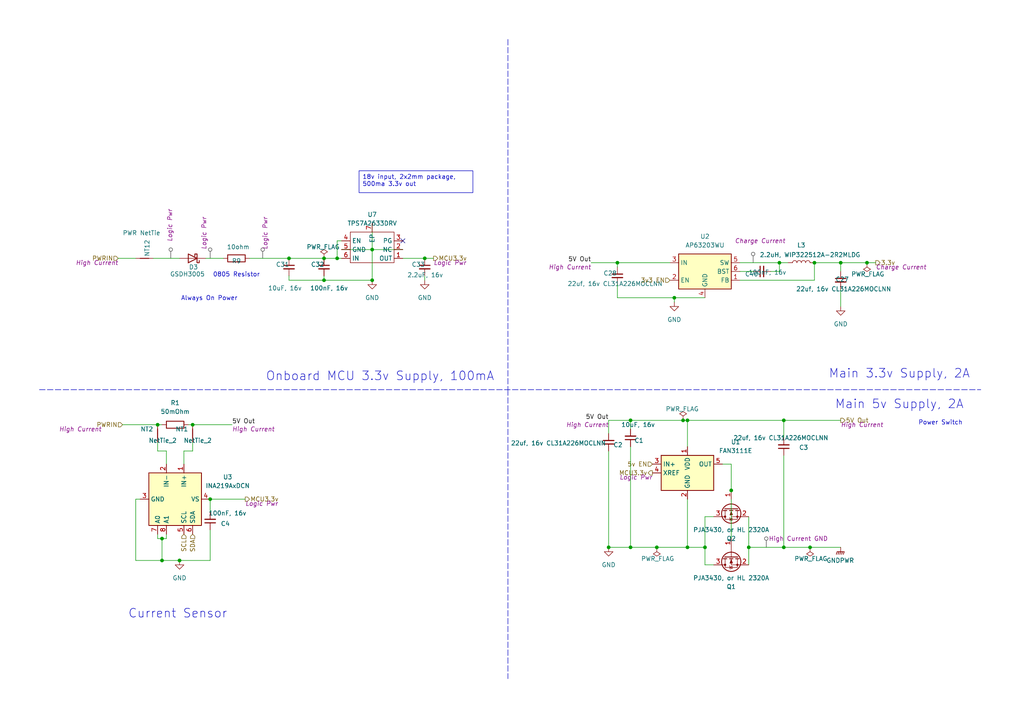
<source format=kicad_sch>
(kicad_sch (version 20250114) (generator "eeschema") (generator_version "9.0")
  (paper "A4")
  (title_block (title "USB only 2A PSU no sides") (date "2024-12-23") (rev "V1") (company "Author: Asher Edwards") (comment 1 "Licensed under CERN-OHL-S"))
  (lib_symbols
    (symbol "Device:C_Small" (pin_numbers (hide yes)) (pin_names (offset 0.254) (hide yes))
      (property "Reference" "C" (at 0.254 1.778 0))
      (property "Value" "C_Small" (at 0.254 -2.032 0))
      (symbol "C_Small_0_1"
        (polyline (pts (xy -1.524 0.508) (xy 1.524 0.508)) (stroke (width 0.3048)))
        (polyline (pts (xy -1.524 -0.508) (xy 1.524 -0.508)) (stroke (width 0.3302)))
      )
      (symbol "C_Small_1_1"
        (pin passive line (at 0 2.54 270) (length 2.032) (name "~") (number "1"))
        (pin passive line (at 0 -2.54 90) (length 2.032) (name "~") (number "2"))
      )
    )
    (symbol "Device:D_Schottky" (pin_numbers (hide yes)) (pin_names (offset 1.016) (hide yes))
      (property "Reference" "D" (at 0 2.54 0))
      (property "Value" "D_Schottky" (at 0 -2.54 0))
      (symbol "D_Schottky_0_1"
        (polyline (pts (xy -1.905 0.635) (xy -1.905 1.27) (xy -1.27 1.27) (xy -1.27 -1.27) (xy -0.635 -1.27) (xy -0.635 -0.635)) (stroke (width 0.254)))
        (polyline (pts (xy 1.27 1.27) (xy 1.27 -1.27) (xy -1.27 0) (xy 1.27 1.27)) (stroke (width 0.254)))
        (polyline (pts (xy 1.27 0) (xy -1.27 0)))
      )
      (symbol "D_Schottky_1_1"
        (pin passive line (at -3.81 0 0) (length 2.54) (name "K") (number "1"))
        (pin passive line (at 3.81 0 180) (length 2.54) (name "A") (number "2"))
      )
    )
    (symbol "Device:L" (pin_numbers (hide yes)) (pin_names (offset 1.016) (hide yes))
      (property "Reference" "L" (at -1.27 0 90))
      (property "Value" "L" (at 1.905 0 90))
      (symbol "L_0_1"
        (arc (start 0 2.54) (mid 0.6323 1.905) (end 0 1.27))
        (arc (start 0 1.27) (mid 0.6323 0.635) (end 0 0))
        (arc (start 0 0) (mid 0.6323 -0.635) (end 0 -1.27))
        (arc (start 0 -1.27) (mid 0.6323 -1.905) (end 0 -2.54))
      )
      (symbol "L_1_1"
        (pin passive line (at 0 3.81 270) (length 1.27) (name "1") (number "1"))
        (pin passive line (at 0 -3.81 90) (length 1.27) (name "2") (number "2"))
      )
    )
    (symbol "Device:NetTie_2" (pin_numbers (hide yes)) (pin_names (offset 0) (hide yes)) (in_bom no)
      (property "Reference" "NT" (at 0 1.27 0))
      (property "Value" "NetTie_2" (at 0 -1.27 0))
      (symbol "NetTie_2_0_1"
        (polyline (pts (xy -1.27 0) (xy 1.27 0)) (stroke (width 0.254)))
      )
      (symbol "NetTie_2_1_1"
        (pin passive line (at -2.54 0 0) (length 2.54) (name "1") (number "1"))
        (pin passive line (at 2.54 0 180) (length 2.54) (name "2") (number "2"))
      )
    )
    (symbol "Device:Q_NMOS_GSD" (pin_names (offset 0) (hide yes))
      (property "Reference" "Q" (at 5.08 1.27 0))
      (property "Value" "Q_NMOS_GSD" (at 5.08 -1.27 0))
      (symbol "Q_NMOS_GSD_0_1"
        (polyline (pts (xy 0.254 1.905) (xy 0.254 -1.905)) (stroke (width 0.254)))
        (polyline (pts (xy 0.254 0) (xy -2.54 0)))
        (polyline (pts (xy 0.762 2.286) (xy 0.762 1.27)) (stroke (width 0.254)))
        (polyline (pts (xy 0.762 0.508) (xy 0.762 -0.508)) (stroke (width 0.254)))
        (polyline (pts (xy 0.762 -1.27) (xy 0.762 -2.286)) (stroke (width 0.254)))
        (polyline (pts (xy 0.762 -1.778) (xy 3.302 -1.778) (xy 3.302 1.778) (xy 0.762 1.778)))
        (polyline (pts (xy 1.016 0) (xy 2.032 0.381) (xy 2.032 -0.381) (xy 1.016 0)) (fill (type outline)))
        (circle (center 1.651 0) (radius 2.794) (stroke (width 0.254)))
        (polyline (pts (xy 2.54 2.54) (xy 2.54 1.778)))
        (circle (center 2.54 1.778) (radius 0.254) (fill (type outline)))
        (circle (center 2.54 -1.778) (radius 0.254) (fill (type outline)))
        (polyline (pts (xy 2.54 -2.54) (xy 2.54 0) (xy 0.762 0)))
        (polyline (pts (xy 2.794 0.508) (xy 2.921 0.381) (xy 3.683 0.381) (xy 3.81 0.254)))
        (polyline (pts (xy 3.302 0.381) (xy 2.921 -0.254) (xy 3.683 -0.254) (xy 3.302 0.381)))
      )
      (symbol "Q_NMOS_GSD_1_1"
        (pin input line (at -5.08 0 0) (length 2.54) (name "G") (number "1"))
        (pin passive line (at 2.54 5.08 270) (length 2.54) (name "D") (number "3"))
        (pin passive line (at 2.54 -5.08 90) (length 2.54) (name "S") (number "2"))
      )
    )
    (symbol "Device:R" (pin_numbers (hide yes)) (pin_names (offset 0))
      (property "Reference" "R" (at 2.032 0 90))
      (property "Value" "R" (at 0 0 90))
      (symbol "R_0_1"
        (rectangle (start -1.016 -2.54) (end 1.016 2.54) (stroke (width 0.254)))
      )
      (symbol "R_1_1"
        (pin passive line (at 0 3.81 270) (length 1.27) (name "~") (number "1"))
        (pin passive line (at 0 -3.81 90) (length 1.27) (name "~") (number "2"))
      )
    )
    (symbol "Driver_FET:FAN3111E"
      (property "Reference" "U" (at -7.62 7.62 0))
      (property "Value" "FAN3111E" (at 2.54 7.62 0))
      (symbol "FAN3111E_0_1"
        (rectangle (start -7.62 5.08) (end 7.62 -5.08) (stroke (width 0.254)) (fill (type background)))
      )
      (symbol "FAN3111E_1_1"
        (pin input line (at -10.16 2.54 0) (length 2.54) (name "IN+") (number "3"))
        (pin input line (at -10.16 0 0) (length 2.54) (name "XREF") (number "4"))
        (pin power_in line (at 0 7.62 270) (length 2.54) (name "VDD") (number "1"))
        (pin power_in line (at 0 -7.62 90) (length 2.54) (name "GND") (number "2"))
        (pin output line (at 10.16 2.54 180) (length 2.54) (name "OUT") (number "5"))
      )
    )
    (symbol "Regulator_Switching:AP63203WU"
      (property "Reference" "U" (at -7.62 6.35 0))
      (property "Value" "AP63203WU" (at 2.54 6.35 0))
      (symbol "AP63203WU_0_1"
        (rectangle (start -7.62 5.08) (end 7.62 -5.08) (stroke (width 0.254)) (fill (type background)))
      )
      (symbol "AP63203WU_1_1"
        (pin power_in line (at -10.16 2.54 0) (length 2.54) (name "IN") (number "3"))
        (pin input line (at -10.16 -2.54 0) (length 2.54) (name "EN") (number "2"))
        (pin power_in line (at 0 -7.62 90) (length 2.54) (name "GND") (number "4"))
        (pin output line (at 10.16 2.54 180) (length 2.54) (name "SW") (number "5"))
        (pin passive line (at 10.16 0 180) (length 2.54) (name "BST") (number "6"))
        (pin input line (at 10.16 -2.54 180) (length 2.54) (name "FB") (number "1"))
      )
    )
    (symbol "Sensor_Energy:INA219AxDCN"
      (property "Reference" "U" (at -6.35 8.89 0))
      (property "Value" "INA219AxDCN" (at 6.35 8.89 0))
      (symbol "INA219AxDCN_0_1"
        (rectangle (start -7.62 7.62) (end 7.62 -7.62) (stroke (width 0.254)) (fill (type background)))
      )
      (symbol "INA219AxDCN_1_1"
        (pin input line (at -10.16 2.54 0) (length 2.54) (name "IN+") (number "1"))
        (pin input line (at -10.16 -2.54 0) (length 2.54) (name "IN-") (number "2"))
        (pin power_in line (at 0 10.16 270) (length 2.54) (name "VS") (number "4"))
        (pin power_in line (at 0 -10.16 90) (length 2.54) (name "GND") (number "3"))
        (pin bidirectional line (at 10.16 5.08 180) (length 2.54) (name "SDA") (number "6"))
        (pin input line (at 10.16 2.54 180) (length 2.54) (name "SCL") (number "5"))
        (pin input line (at 10.16 -2.54 180) (length 2.54) (name "A1") (number "8"))
        (pin input line (at 10.16 -5.08 180) (length 2.54) (name "A0") (number "7"))
      )
    )
    (symbol "custom_Regulator_Linear:TPS7A2633DRV"
      (property "Reference" "U" (at 0 0 0))
      (property "Value" "TPS7A2633DRV" (at -0.254 5.334 0))
      (symbol "TPS7A2633DRV_0_1"
        (rectangle (start -6.35 3.81) (end 6.35 -5.08))
      )
      (symbol "TPS7A2633DRV_1_1"
        (pin power_out line (at -8.89 2.54 0) (length 2.54) (name "OUT") (number "1"))
        (pin passive line (at -8.89 0 0) (length 2.54) (name "NC") (number "2"))
        (pin open_collector line (at -8.89 -2.54 0) (length 2.54) (name "PG") (number "3"))
        (pin passive line (at 0 -7.62 90) (length 2.54) (name "EP") (number "7"))
        (pin power_in line (at 8.89 2.54 180) (length 2.54) (name "IN") (number "6"))
        (pin power_in line (at 8.89 0 180) (length 2.54) (name "GND") (number "5"))
        (pin input line (at 8.89 -2.54 180) (length 2.54) (name "EN") (number "4"))
      )
    )
    (symbol "power:GND" (power) (pin_numbers (hide yes)) (pin_names (offset 0) (hide yes))
      (property "Value" "GND" (at 0 -3.81 0))
      (symbol "GND_0_1"
        (polyline (pts (xy 0 0) (xy 0 -1.27) (xy 1.27 -1.27) (xy 0 -2.54) (xy -1.27 -1.27) (xy 0 -1.27)))
      )
      (symbol "GND_1_1"
        (pin power_in line (at 0 0 270) (length 0) (name "~") (number "1"))
      )
    )
    (symbol "power:GNDPWR" (power) (pin_numbers (hide yes)) (pin_names (offset 0) (hide yes))
      (property "Value" "GNDPWR" (at 0 -3.302 0))
      (symbol "GNDPWR_0_1"
        (polyline (pts (xy -1.016 -1.27) (xy -1.27 -2.032) (xy -1.27 -2.032)) (stroke (width 0.2032)))
        (polyline (pts (xy -0.508 -1.27) (xy -0.762 -2.032) (xy -0.762 -2.032)) (stroke (width 0.2032)))
        (polyline (pts (xy 0 -1.27) (xy 0 0)))
        (polyline (pts (xy 0 -1.27) (xy -0.254 -2.032) (xy -0.254 -2.032)) (stroke (width 0.2032)))
        (polyline (pts (xy 0.508 -1.27) (xy 0.254 -2.032) (xy 0.254 -2.032)) (stroke (width 0.2032)))
        (polyline (pts (xy 1.016 -1.27) (xy -1.016 -1.27) (xy -1.016 -1.27)) (stroke (width 0.2032)))
        (polyline (pts (xy 1.016 -1.27) (xy 0.762 -2.032) (xy 0.762 -2.032) (xy 0.762 -2.032)) (stroke (width 0.2032)))
      )
      (symbol "GNDPWR_1_1"
        (pin power_in line (at 0 0 270) (length 0) (name "~") (number "1"))
      )
    )
    (symbol "power:PWR_FLAG" (power) (pin_numbers (hide yes)) (pin_names (offset 0) (hide yes))
      (property "Value" "PWR_FLAG" (at 0 3.81 0))
      (symbol "PWR_FLAG_0_0"
        (pin power_out line (at 0 0 90) (length 0) (name "~") (number "1"))
      )
      (symbol "PWR_FLAG_0_1"
        (polyline (pts (xy 0 0) (xy 0 1.27) (xy -1.016 1.905) (xy 0 2.54) (xy 1.016 1.905) (xy 0 1.27)))
      )
    )
  )
  (text "Current Sensor" (at 51.562 178.054 0) (effects (font (size 2.54 2.54))))
  (text "Power Switch" (at 272.796 122.682 0) (effects (font (size 1.27 1.27))))
  (text "Always On Power" (at 60.706 86.614 0) (effects (font (size 1.27 1.27))))
  (text "Onboard MCU 3.3v Supply, 100mA" (at 110.236 109.22 0) (effects (font (size 2.54 2.54))))
  (text "Main 3.3v Supply, 2A" (at 260.858 108.458 0) (effects (font (size 2.54 2.54))))
  (text "0805 Resistor" (at 68.58 79.756 0) (effects (font (size 1.27 1.27))))
  (text "Main 5v Supply, 2A" (at 260.858 117.348 0) (effects (font (size 2.54 2.54))))
  (text_box "18v input, 2x2mm package, 500ma 3.3v out" (at 104.14 49.53 0) (size 33.02 6.35) (margins 0.9525 0.9525 0.9525 0.9525) (effects (font (size 1.27 1.27)) (justify left top)))
  (junction (at 93.98 74.93))
  (junction (at 199.39 121.92))
  (junction (at 182.88 121.92))
  (junction (at 97.79 74.93))
  (junction (at 46.99 156.21))
  (junction (at 226.06 76.2))
  (junction (at 212.09 142.24))
  (junction (at 251.46 76.2))
  (junction (at 60.96 144.78))
  (junction (at 182.88 158.75))
  (junction (at 46.99 162.56))
  (junction (at 198.12 121.92))
  (junction (at 55.88 123.19))
  (junction (at 236.22 76.2))
  (junction (at 190.5 158.75))
  (junction (at 234.95 158.75))
  (junction (at 179.07 76.2))
  (junction (at 195.58 86.36))
  (junction (at 107.95 72.39))
  (junction (at 107.95 81.28))
  (junction (at 204.47 158.75))
  (junction (at 176.53 158.75))
  (junction (at 52.07 162.56))
  (junction (at 199.39 158.75))
  (junction (at 243.84 76.2))
  (junction (at 123.19 74.93))
  (junction (at 93.98 81.28))
  (junction (at 217.17 158.75))
  (junction (at 227.33 121.92))
  (junction (at 45.72 123.19))
  (junction (at 227.33 158.75))
  (junction (at 83.82 74.93))
  (no_connect (at 116.84 69.85))
  (wire (pts (xy 107.95 72.39) (xy 116.84 72.39)))
  (wire (pts (xy 72.39 74.93) (xy 83.82 74.93)))
  (wire (pts (xy 182.88 124.46) (xy 182.88 121.92)))
  (wire (pts (xy 44.45 74.93) (xy 52.07 74.93)))
  (wire (pts (xy 48.26 130.81) (xy 45.72 130.81)))
  (wire (pts (xy 179.07 82.55) (xy 179.07 86.36)))
  (wire (pts (xy 243.84 83.82) (xy 243.84 88.9)))
  (wire (pts (xy 251.46 76.2) (xy 254 76.2)))
  (wire (pts (xy 236.22 76.2) (xy 243.84 76.2)))
  (wire (pts (xy 198.12 121.92) (xy 199.39 121.92)))
  (wire (pts (xy 195.58 86.36) (xy 204.47 86.36)))
  (wire (pts (xy 207.01 163.83) (xy 204.47 163.83)))
  (wire (pts (xy 199.39 158.75) (xy 204.47 158.75)))
  (wire (pts (xy 83.82 81.28) (xy 93.98 81.28)))
  (wire (pts (xy 226.06 78.74) (xy 226.06 76.2)))
  (wire (pts (xy 107.95 81.28) (xy 93.98 81.28)))
  (wire (pts (xy 35.56 123.19) (xy 45.72 123.19)))
  (wire (pts (xy 60.96 162.56) (xy 52.07 162.56)))
  (wire (pts (xy 55.88 130.81) (xy 53.34 130.81)))
  (wire (pts (xy 182.88 129.54) (xy 182.88 158.75)))
  (wire (pts (xy 93.98 74.93) (xy 97.79 74.93)))
  (polyline (pts (xy 11.43 113.03) (xy 284.48 113.03)) (stroke (width 0) (type dash)))
  (wire (pts (xy 55.88 123.19) (xy 54.61 123.19)))
  (wire (pts (xy 55.88 123.19) (xy 67.31 123.19)))
  (wire (pts (xy 212.09 134.62) (xy 212.09 142.24)))
  (wire (pts (xy 243.84 76.2) (xy 251.46 76.2)))
  (wire (pts (xy 214.63 78.74) (xy 218.44 78.74)))
  (wire (pts (xy 59.69 74.93) (xy 64.77 74.93)))
  (wire (pts (xy 107.95 64.77) (xy 107.95 72.39)))
  (wire (pts (xy 182.88 121.92) (xy 176.53 121.92)))
  (wire (pts (xy 99.06 72.39) (xy 107.95 72.39)))
  (wire (pts (xy 199.39 144.78) (xy 199.39 158.75)))
  (wire (pts (xy 34.29 74.93) (xy 39.37 74.93)))
  (wire (pts (xy 199.39 121.92) (xy 227.33 121.92)))
  (wire (pts (xy 171.45 76.2) (xy 179.07 76.2)))
  (wire (pts (xy 107.95 72.39) (xy 107.95 81.28)))
  (wire (pts (xy 45.72 154.94) (xy 45.72 156.21)))
  (wire (pts (xy 227.33 158.75) (xy 234.95 158.75)))
  (wire (pts (xy 195.58 87.63) (xy 195.58 86.36)))
  (wire (pts (xy 179.07 76.2) (xy 194.31 76.2)))
  (wire (pts (xy 45.72 156.21) (xy 46.99 156.21)))
  (wire (pts (xy 93.98 81.28) (xy 93.98 80.01)))
  (wire (pts (xy 234.95 158.75) (xy 243.84 158.75)))
  (wire (pts (xy 176.53 130.81) (xy 176.53 158.75)))
  (wire (pts (xy 176.53 121.92) (xy 176.53 125.73)))
  (wire (pts (xy 97.79 69.85) (xy 99.06 69.85)))
  (wire (pts (xy 212.09 134.62) (xy 209.55 134.62)))
  (wire (pts (xy 243.84 121.92) (xy 227.33 121.92)))
  (wire (pts (xy 39.37 144.78) (xy 39.37 162.56)))
  (wire (pts (xy 93.98 74.93) (xy 83.82 74.93)))
  (wire (pts (xy 217.17 158.75) (xy 217.17 163.83)))
  (wire (pts (xy 48.26 156.21) (xy 46.99 156.21)))
  (wire (pts (xy 236.22 81.28) (xy 236.22 76.2)))
  (wire (pts (xy 53.34 130.81) (xy 53.34 134.62)))
  (wire (pts (xy 46.99 123.19) (xy 45.72 123.19)))
  (wire (pts (xy 48.26 134.62) (xy 48.26 130.81)))
  (wire (pts (xy 199.39 121.92) (xy 199.39 129.54)))
  (polyline (pts (xy 147.32 11.43) (xy 147.32 113.03)) (stroke (width 0) (type dash)))
  (wire (pts (xy 45.72 128.27) (xy 45.72 130.81)))
  (wire (pts (xy 55.88 128.27) (xy 55.88 130.81)))
  (wire (pts (xy 123.19 80.01) (xy 123.19 81.28)))
  (wire (pts (xy 214.63 76.2) (xy 226.06 76.2)))
  (wire (pts (xy 40.64 144.78) (xy 39.37 144.78)))
  (wire (pts (xy 182.88 158.75) (xy 190.5 158.75)))
  (wire (pts (xy 204.47 163.83) (xy 204.47 158.75)))
  (wire (pts (xy 204.47 158.75) (xy 204.47 149.86)))
  (wire (pts (xy 204.47 149.86) (xy 207.01 149.86)))
  (wire (pts (xy 228.6 76.2) (xy 226.06 76.2)))
  (wire (pts (xy 217.17 158.75) (xy 217.17 149.86)))
  (wire (pts (xy 116.84 74.93) (xy 123.19 74.93)))
  (polyline (pts (xy 147.32 113.03) (xy 147.32 196.85)) (stroke (width 0) (type dash)))
  (wire (pts (xy 60.96 144.78) (xy 71.12 144.78)))
  (wire (pts (xy 214.63 81.28) (xy 236.22 81.28)))
  (wire (pts (xy 227.33 121.92) (xy 227.33 127)))
  (wire (pts (xy 97.79 74.93) (xy 97.79 69.85)))
  (wire (pts (xy 60.96 153.67) (xy 60.96 162.56)))
  (wire (pts (xy 179.07 77.47) (xy 179.07 76.2)))
  (wire (pts (xy 179.07 86.36) (xy 195.58 86.36)))
  (wire (pts (xy 176.53 158.75) (xy 182.88 158.75)))
  (wire (pts (xy 243.84 78.74) (xy 243.84 76.2)))
  (wire (pts (xy 227.33 132.08) (xy 227.33 158.75)))
  (wire (pts (xy 52.07 162.56) (xy 46.99 162.56)))
  (wire (pts (xy 83.82 81.28) (xy 83.82 80.01)))
  (wire (pts (xy 39.37 162.56) (xy 46.99 162.56)))
  (wire (pts (xy 217.17 158.75) (xy 227.33 158.75)))
  (wire (pts (xy 212.09 142.24) (xy 212.09 156.21)))
  (wire (pts (xy 182.88 121.92) (xy 198.12 121.92)))
  (wire (pts (xy 190.5 158.75) (xy 199.39 158.75)))
  (wire (pts (xy 48.26 154.94) (xy 48.26 156.21)))
  (wire (pts (xy 97.79 74.93) (xy 99.06 74.93)))
  (wire (pts (xy 123.19 74.93) (xy 125.73 74.93)))
  (wire (pts (xy 226.06 78.74) (xy 223.52 78.74)))
  (wire (pts (xy 60.96 148.59) (xy 60.96 144.78)))
  (wire (pts (xy 46.99 156.21) (xy 46.99 162.56)))
  (label "5V Out" (at 171.45 76.2 180) (property "Netclass" "High Current" (at 171.45 77.47 0) (effects (font (italic yes)) (justify right))))
  (label "5V Out" (at 67.31 123.19 0) (property "Netclass" "High Current" (at 67.31 124.46 0) (effects (font (italic yes)) (justify left))))
  (label "5V Out" (at 176.53 121.92 180) (property "Netclass" "High Current" (at 176.53 123.19 0) (effects (font (italic yes)) (justify right))))
  (hierarchical_label "MCU3.3v" (shape output) (at 125.73 74.93 0) (property "Netclass" "Logic Pwr" (at 125.73 76.2 0) (effects (font (italic yes)) (justify left))))
  (hierarchical_label "PWRIN" (shape input) (at 34.29 74.93 180) (property "Netclass" "High Current" (at 34.29 76.2 0) (effects (font (italic yes)) (justify right))))
  (hierarchical_label "3v3 EN" (shape input) (at 194.31 81.28 180))
  (hierarchical_label "SCL" (shape input) (at 53.34 154.94 270))
  (hierarchical_label "MCU3.3v" (shape output) (at 71.12 144.78 0) (property "Netclass" "Logic Pwr" (at 71.12 146.05 0) (effects (font (italic yes)) (justify left))))
  (hierarchical_label "5v EN" (shape input) (at 189.23 134.62 180))
  (hierarchical_label "SDA" (shape input) (at 55.88 154.94 270))
  (hierarchical_label "3.3v" (shape output) (at 254 76.2 0) (property "Netclass" "Charge Current" (at 254 77.47 0) (effects (font (italic yes)) (justify left))))
  (hierarchical_label "PWRIN" (shape input) (at 35.56 123.19 180) (property "Netclass" "High Current" (at 29.464 124.46 0) (effects (font (italic yes)) (justify right))))
  (hierarchical_label "5V Out" (shape output) (at 243.84 121.92 0) (property "Netclass" "High Current" (at 243.84 123.19 0) (effects (font (italic yes)) (justify left))))
  (hierarchical_label "MCU3.3v" (shape output) (at 189.23 137.16 180) (property "Netclass" "Logic Pwr" (at 189.23 138.43 0) (effects (font (italic yes)) (justify right))))
  (netclass_flag "" (length 2.54) (shape round) (at 60.96 74.93 0) (property "Netclass" "Logic Pwr" (at 59.182 72.39 90) (effects (font (italic yes)) (justify left))))
  (netclass_flag "" (length 2.54) (shape round) (at 218.44 76.2 0) (property "Netclass" "Charge Current" (at 213.106 69.85 0) (effects (font (italic yes)) (justify left))))
  (netclass_flag "" (length 2.54) (shape round) (at 222.25 158.75 0) (property "Netclass" "High Current GND" (at 222.9485 156.21 0) (effects (justify left))))
  (netclass_flag "" (length 2.54) (shape round) (at 49.53 74.93 0) (property "Netclass" "Logic Pwr" (at 49.276 70.104 90) (effects (font (italic yes)) (justify left))))
  (netclass_flag "" (length 2.54) (shape round) (at 76.2 74.93 0) (property "Netclass" "Logic Pwr" (at 76.8985 72.39 90) (effects (font (italic yes)) (justify left))))
  (symbol (lib_id "power:GNDPWR") (at 243.84 158.75 0) (unit 1)
    (property "Reference" "#PWR01" (effects (hide yes)))
    (property "Value" "GNDPWR" (at 243.713 162.56 0))
    (property "Description" "Power symbol creates a global label with name \"GNDPWR\" , global ground" (effects (hide yes)))
  )
  (symbol (lib_id "Device:Q_NMOS_GSD") (at 212.09 161.29 90) (mirror x) (unit 1)
    (property "Reference" "Q1" (at 212.09 170.18 90))
    (property "Value" "PJA3430, or HL 2320A" (at 212.09 167.64 90))
    (property "Footprint" "Package_TO_SOT_SMD:SC-59" (effects (hide yes)))
    (property "Description" "N-MOSFET transistor, gate/source/drain" (effects (hide yes)))
    (property "Sim.Device" "NMOS" (effects (hide yes)))
    (property "Sim.Type" "VDMOS" (effects (hide yes)))
    (property "Sim.Pins" "1=D 2=G 3=S" (effects (hide yes)))
    (property "Rotation Offset" "180" (effects (hide yes)))
  )
  (symbol (lib_id "Sensor_Energy:INA219AxDCN") (at 50.8 144.78 270) (unit 1)
    (property "Reference" "U3" (at 66.04 138.3598 90))
    (property "Value" "INA219AxDCN" (at 66.04 140.8998 90))
    (property "Footprint" "Package_TO_SOT_SMD:SOT-23-8" (effects (hide yes)))
    (property "Datasheet" "http://www.ti.com/lit/ds/symlink/ina219.pdf" (effects (hide yes)))
    (property "Description" "Zero-Drift, Bidirectional Current/Power Monitor (0-26V) With I2C Interface, SOT-23-8" (effects (hide yes)))
  )
  (symbol (lib_id "power:PWR_FLAG") (at 190.5 158.75 180) (unit 1)
    (property "Reference" "#FLG03" (effects (hide yes)))
    (property "Value" "PWR_FLAG" (at 190.754 162.052 0))
    (property "Description" "Special symbol for telling ERC where power comes from" (effects (hide yes)))
  )
  (symbol (lib_id "Device:C_Small") (at 176.53 128.27 180) (unit 1)
    (property "Reference" "C2" (at 180.594 129.032 0) (effects (justify left)))
    (property "Value" "22uf, 16v CL31A226MOCLNN" (at 175.768 128.524 0) (effects (justify left)))
    (property "Footprint" "Capacitor_SMD:C_1206_3216Metric" (effects (hide yes)))
    (property "Description" "Unpolarized capacitor, small symbol" (effects (hide yes)))
    (property "LCSC" "C159758" (effects (hide yes)))
  )
  (symbol (lib_id "Device:C_Small") (at 182.88 127 180) (unit 1)
    (property "Reference" "C1" (at 186.69 127.762 0) (effects (justify left)))
    (property "Value" "10uF, 16v" (at 189.992 123.19 0) (effects (justify left)))
    (property "Footprint" "Capacitor_SMD:C_0805_2012Metric" (effects (hide yes)))
    (property "Description" "Unpolarized capacitor, small symbol" (effects (hide yes)))
    (property "LCSC" "C96446" (effects (hide yes)))
  )
  (symbol (lib_id "custom_Regulator_Linear:TPS7A2633DRV") (at 107.95 72.39 180) (unit 1)
    (property "Reference" "U7" (at 107.95 62.23 0))
    (property "Value" "TPS7A2633DRV" (at 107.95 64.77 0))
    (property "Footprint" "Package_SON:WSON-6-1EP_2x2mm_P0.65mm_EP1x1.6mm" (effects (hide yes)))
    (property "Datasheet" "https://www.ti.com/lit/ds/symlink/tps7a26.pdf" (effects (hide yes)))
    (property "Description" "Texas Instruments TPS7A2633DRV 150ma 3.3 regulator 32v input WSON-6 package" (effects (hide yes)))
    (property "LCSC" "C2876256" (effects (hide yes)))
  )
  (symbol (lib_id "Device:L") (at 232.41 76.2 90) (unit 1)
    (property "Reference" "L3" (at 232.41 71.12 90))
    (property "Value" "2.2uH, WIP322512A-2R2MLDG" (at 234.95 73.914 90))
    (property "Footprint" "Inductor_SMD:L_1008_2520Metric" (effects (hide yes)))
    (property "Description" "Inductor" (effects (hide yes)))
    (property "LCSC" "C5832372" (effects (hide yes)))
  )
  (symbol (lib_id "power:PWR_FLAG") (at 251.46 76.2 180) (unit 1)
    (property "Reference" "#FLG012" (effects (hide yes)))
    (property "Value" "PWR_FLAG" (at 251.714 79.502 0))
    (property "Description" "Special symbol for telling ERC where power comes from" (effects (hide yes)))
  )
  (symbol (lib_id "Device:C_Small") (at 93.98 77.47 0) (unit 1)
    (property "Reference" "C32" (at 90.17 76.708 0) (effects (justify left)))
    (property "Value" "100nF, 16v" (at 89.916 83.566 0) (effects (justify left)))
    (property "Footprint" "Capacitor_SMD:C_0805_2012Metric" (effects (hide yes)))
    (property "Description" "Unpolarized capacitor, small symbol" (effects (hide yes)))
    (property "LCSC" "C1525" (effects (hide yes)))
  )
  (symbol (lib_id "Device:C_Small") (at 227.33 129.54 180) (unit 1)
    (property "Reference" "C3" (at 234.442 129.794 0) (effects (justify left)))
    (property "Value" "22uf, 16v CL31A226MOCLNN" (at 240.284 127 0) (effects (justify left)))
    (property "Footprint" "Capacitor_SMD:C_1206_3216Metric" (effects (hide yes)))
    (property "Description" "Unpolarized capacitor, small symbol" (effects (hide yes)))
    (property "LCSC" "C159758" (effects (hide yes)))
  )
  (symbol (lib_id "Device:C_Small") (at 83.82 77.47 0) (unit 1)
    (property "Reference" "C31" (at 80.01 76.708 0) (effects (justify left)))
    (property "Value" "10uF, 16v" (at 77.724 83.566 0) (effects (justify left)))
    (property "Footprint" "Capacitor_SMD:C_0805_2012Metric" (effects (hide yes)))
    (property "Description" "Unpolarized capacitor, small symbol" (effects (hide yes)))
    (property "LCSC" "C96446" (effects (hide yes)))
  )
  (symbol (lib_id "Device:C_Small") (at 123.19 77.47 0) (unit 1)
    (property "Reference" "C33" (at 119.38 76.708 0) (effects (justify left)))
    (property "Value" "2.2uF, 16v" (at 118.11 79.756 0) (effects (justify left)))
    (property "Footprint" "Capacitor_SMD:C_0805_2012Metric" (effects (hide yes)))
    (property "Description" "Unpolarized capacitor, small symbol" (effects (hide yes)))
    (property "LCSC" "C12530" (effects (hide yes)))
  )
  (symbol (lib_id "power:GND") (at 107.95 81.28 0) (unit 1)
    (property "Reference" "#PWR04" (effects (hide yes)))
    (property "Value" "GND" (at 107.95 86.36 0))
    (property "Description" "Power symbol creates a global label with name \"GND\" , ground" (effects (hide yes)))
  )
  (symbol (lib_id "power:GND") (at 243.84 88.9 0) (unit 1)
    (property "Reference" "#PWR011" (effects (hide yes)))
    (property "Value" "GND" (at 243.84 93.98 0))
    (property "Description" "Power symbol creates a global label with name \"GND\" , ground" (effects (hide yes)))
  )
  (symbol (lib_id "Device:C_Small") (at 60.96 151.13 0) (mirror x) (unit 1)
    (property "Reference" "C4" (at 64.008 151.892 0) (effects (justify left)))
    (property "Value" "100nF, 16v" (at 60.452 148.844 0) (effects (justify left)))
    (property "Footprint" "Capacitor_SMD:C_0805_2012Metric" (effects (hide yes)))
    (property "Description" "Unpolarized capacitor, small symbol" (effects (hide yes)))
    (property "LCSC" "C14663" (effects (hide yes)))
  )
  (symbol (lib_id "power:GND") (at 52.07 162.56 0) (unit 1)
    (property "Reference" "#PWR06" (effects (hide yes)))
    (property "Value" "GND" (at 52.07 167.64 0))
    (property "Description" "Power symbol creates a global label with name \"GND\" , ground" (effects (hide yes)))
  )
  (symbol (lib_id "Driver_FET:FAN3111E") (at 199.39 137.16 0) (unit 1)
    (property "Reference" "U1" (at 213.36 128.1998 0))
    (property "Value" "FAN3111E" (at 213.36 130.7398 0))
    (property "Footprint" "Package_TO_SOT_SMD:SOT-23-5" (effects (hide yes)))
    (property "Datasheet" "https://www.onsemi.com/pdf/datasheet/fan3111c-d.pdf" (effects (hide yes)))
    (property "Description" "High Speed Low Side MOSFET Gate Driver with logic voltage reference input, 4.5-18 V, 1.0 A, SOT-23-5" (effects (hide yes)))
  )
  (symbol (lib_id "Device:R") (at 68.58 74.93 270) (unit 1)
    (property "Reference" "R9" (at 68.58 75.692 90))
    (property "Value" "10ohm" (at 69.088 71.628 90))
    (property "Footprint" "Resistor_SMD:R_0805_2012Metric" (effects (hide yes)))
    (property "Description" "Resistor" (effects (hide yes)))
    (property "LCSC" "C17415" (effects (hide yes)))
  )
  (symbol (lib_id "power:PWR_FLAG") (at 93.98 74.93 0) (unit 1)
    (property "Reference" "#FLG013" (effects (hide yes)))
    (property "Value" "PWR_FLAG" (at 93.726 71.628 0))
    (property "Description" "Special symbol for telling ERC where power comes from" (effects (hide yes)))
  )
  (symbol (lib_id "power:PWR_FLAG") (at 234.95 158.75 180) (unit 1)
    (property "Reference" "#FLG02" (effects (hide yes)))
    (property "Value" "PWR_FLAG" (at 235.204 162.052 0))
    (property "Description" "Special symbol for telling ERC where power comes from" (effects (hide yes)))
  )
  (symbol (lib_id "Device:C_Small") (at 220.98 78.74 90) (unit 1)
    (property "Reference" "C40" (at 219.964 79.502 90) (effects (justify left)))
    (property "Value" "100nF, 16v" (at 228.092 78.994 90) (effects (justify left)))
    (property "Footprint" "Capacitor_SMD:C_0805_2012Metric" (effects (hide yes)))
    (property "Description" "Unpolarized capacitor, small symbol" (effects (hide yes)))
    (property "LCSC" "C14663" (effects (hide yes)))
  )
  (symbol (lib_id "Device:C_Small") (at 179.07 80.01 0) (unit 1)
    (property "Reference" "C28" (at 175.006 79.248 0) (effects (justify left)))
    (property "Value" "22uf, 16v CL31A226MOCLNN" (at 164.592 82.296 0) (effects (justify left)))
    (property "Footprint" "Capacitor_SMD:C_1206_3216Metric" (effects (hide yes)))
    (property "Description" "Unpolarized capacitor, small symbol" (effects (hide yes)))
    (property "LCSC" "C159758" (effects (hide yes)))
  )
  (symbol (lib_id "Regulator_Switching:AP63203WU") (at 204.47 78.74 0) (unit 1)
    (property "Reference" "U2" (at 204.47 68.58 0))
    (property "Value" "AP63203WU" (at 204.47 71.12 0))
    (property "Footprint" "Package_TO_SOT_SMD:TSOT-23-6" (effects (hide yes)))
    (property "Datasheet" "https://www.diodes.com/assets/Datasheets/AP63200-AP63201-AP63203-AP63205.pdf" (effects (hide yes)))
    (property "Description" "2A, 1.1MHz Buck DC/DC Converter, fixed 3.3V output voltage, TSOT-23-6" (effects (hide yes)))
    (property "LCSC" "C780769" (effects (hide yes)))
    (property "Rotation Offset" "90" (effects (hide yes)))
  )
  (symbol (lib_id "Device:D_Schottky") (at 55.88 74.93 180) (unit 1)
    (property "Reference" "D3" (at 57.4676 77.47 0) (effects (justify left)))
    (property "Value" "GSDH3005" (at 59.436 79.502 0) (effects (justify left)))
    (property "Footprint" "Diode_SMD:D_0402_1005Metric" (effects (hide yes)))
    (property "Description" "Schottky diode" (effects (hide yes)))
    (property "Sim.Device" "D" (effects (hide yes)))
    (property "Sim.Pins" "1=K 2=A" (effects (hide yes)))
    (property "LCSC" "C2837790" (effects (hide yes)))
  )
  (symbol (lib_id "power:GND") (at 123.19 81.28 0) (unit 1)
    (property "Reference" "#PWR021" (effects (hide yes)))
    (property "Value" "GND" (at 123.19 86.36 0))
    (property "Description" "Power symbol creates a global label with name \"GND\" , ground" (effects (hide yes)))
  )
  (symbol (lib_id "Device:Q_NMOS_GSD") (at 212.09 147.32 90) (mirror x) (unit 1)
    (property "Reference" "Q2" (at 212.09 156.21 90))
    (property "Value" "PJA3430, or HL 2320A" (at 212.09 153.67 90))
    (property "Footprint" "Package_TO_SOT_SMD:SC-59" (effects (hide yes)))
    (property "Description" "N-MOSFET transistor, gate/source/drain" (effects (hide yes)))
    (property "Sim.Device" "NMOS" (effects (hide yes)))
    (property "Sim.Type" "VDMOS" (effects (hide yes)))
    (property "Sim.Pins" "1=D 2=G 3=S" (effects (hide yes)))
    (property "Rotation Offset" "180" (effects (hide yes)))
  )
  (symbol (lib_id "power:GND") (at 176.53 158.75 0) (unit 1)
    (property "Reference" "#PWR07" (effects (hide yes)))
    (property "Value" "GND" (at 176.53 163.83 0))
    (property "Description" "Power symbol creates a global label with name \"GND\" , ground" (effects (hide yes)))
  )
  (symbol (lib_id "Device:R") (at 50.8 123.19 270) (mirror x) (unit 1)
    (property "Reference" "R1" (at 50.8 116.84 90))
    (property "Value" "50mOhm" (at 50.8 119.38 90))
    (property "Footprint" "Resistor_SMD:R_2512_6332Metric" (effects (hide yes)))
    (property "Description" "Resistor" (effects (hide yes)))
  )
  (symbol (lib_id "power:GND") (at 195.58 87.63 0) (unit 1)
    (property "Reference" "#PWR05" (effects (hide yes)))
    (property "Value" "GND" (at 195.58 92.71 0))
    (property "Description" "Power symbol creates a global label with name \"GND\" , ground" (effects (hide yes)))
  )
  (symbol (lib_id "Device:C_Small") (at 243.84 81.28 0) (unit 1)
    (property "Reference" "C27" (at 242.316 81.026 0) (effects (justify left)))
    (property "Value" "22uf, 16v CL31A226MOCLNN" (at 230.886 83.82 0) (effects (justify left)))
    (property "Footprint" "Capacitor_SMD:C_1206_3216Metric" (effects (hide yes)))
    (property "Description" "Unpolarized capacitor, small symbol" (effects (hide yes)))
    (property "LCSC" "C159758" (effects (hide yes)))
  )
  (symbol (lib_id "power:PWR_FLAG") (at 198.12 121.92 0) (unit 1)
    (property "Reference" "#FLG04" (effects (hide yes)))
    (property "Value" "PWR_FLAG" (at 197.866 118.618 0))
    (property "Description" "Special symbol for telling ERC where power comes from" (effects (hide yes)))
  )
  (symbol (lib_id "Device:NetTie_2") (at 55.88 125.73 270) (mirror x) (unit 1) (in_bom no)
    (property "Reference" "NT1" (at 54.61 124.4599 90) (effects (justify right)))
    (property "Value" "NetTie_2" (at 61.468 127.762 90) (effects (justify right)))
    (property "Footprint" "custom_Connector:NetTie-2_SMD_Pad0.2mm" (effects (hide yes)))
    (property "Description" "Net tie, 2 pins" (effects (hide yes)))
  )
  (symbol (lib_id "Device:NetTie_2") (at 45.72 125.73 270) (mirror x) (unit 1) (in_bom no)
    (property "Reference" "NT2" (at 44.45 124.4599 90) (effects (justify right)))
    (property "Value" "NetTie_2" (at 51.308 127.762 90) (effects (justify right)))
    (property "Footprint" "custom_Connector:NetTie-2_SMD_Pad0.2mm" (effects (hide yes)))
    (property "Description" "Net tie, 2 pins" (effects (hide yes)))
  )
  (symbol (lib_id "Device:NetTie_2") (at 41.91 74.93 180) (unit 1) (in_bom no)
    (property "Reference" "NT12" (at 42.672 74.422 90) (effects (justify right)))
    (property "Value" "PWR NetTie" (at 35.56 67.564 0) (effects (justify right)))
    (property "Footprint" "custom_Connector:NetTie-2_SMD_Pad0.28mm" (effects (hide yes)))
    (property "Description" "Net tie, 2 pins" (effects (hide yes)))
  )
)
</source>
